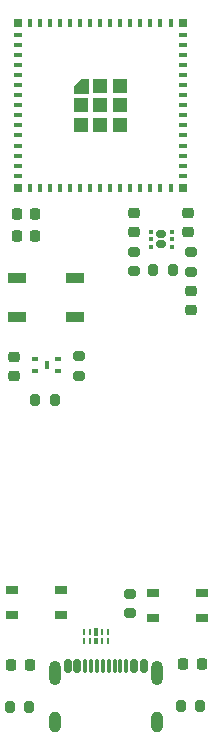
<source format=gtp>
%TF.GenerationSoftware,KiCad,Pcbnew,9.0.6*%
%TF.CreationDate,2025-12-14T16:55:08-06:00*%
%TF.ProjectId,PCB,5043422e-6b69-4636-9164-5f7063625858,rev?*%
%TF.SameCoordinates,Original*%
%TF.FileFunction,Paste,Top*%
%TF.FilePolarity,Positive*%
%FSLAX46Y46*%
G04 Gerber Fmt 4.6, Leading zero omitted, Abs format (unit mm)*
G04 Created by KiCad (PCBNEW 9.0.6) date 2025-12-14 16:55:08*
%MOMM*%
%LPD*%
G01*
G04 APERTURE LIST*
G04 Aperture macros list*
%AMRoundRect*
0 Rectangle with rounded corners*
0 $1 Rounding radius*
0 $2 $3 $4 $5 $6 $7 $8 $9 X,Y pos of 4 corners*
0 Add a 4 corners polygon primitive as box body*
4,1,4,$2,$3,$4,$5,$6,$7,$8,$9,$2,$3,0*
0 Add four circle primitives for the rounded corners*
1,1,$1+$1,$2,$3*
1,1,$1+$1,$4,$5*
1,1,$1+$1,$6,$7*
1,1,$1+$1,$8,$9*
0 Add four rect primitives between the rounded corners*
20,1,$1+$1,$2,$3,$4,$5,0*
20,1,$1+$1,$4,$5,$6,$7,0*
20,1,$1+$1,$6,$7,$8,$9,0*
20,1,$1+$1,$8,$9,$2,$3,0*%
G04 Aperture macros list end*
%ADD10C,0.010000*%
%ADD11R,1.050000X0.650000*%
%ADD12R,0.250000X0.625000*%
%ADD13R,0.450000X0.700000*%
%ADD14R,0.450000X0.575000*%
%ADD15RoundRect,0.225000X-0.250000X0.225000X-0.250000X-0.225000X0.250000X-0.225000X0.250000X0.225000X0*%
%ADD16RoundRect,0.200000X0.200000X0.275000X-0.200000X0.275000X-0.200000X-0.275000X0.200000X-0.275000X0*%
%ADD17RoundRect,0.200000X-0.275000X0.200000X-0.275000X-0.200000X0.275000X-0.200000X0.275000X0.200000X0*%
%ADD18RoundRect,0.200000X-0.200000X-0.275000X0.200000X-0.275000X0.200000X0.275000X-0.200000X0.275000X0*%
%ADD19RoundRect,0.225000X0.225000X0.250000X-0.225000X0.250000X-0.225000X-0.250000X0.225000X-0.250000X0*%
%ADD20RoundRect,0.200000X0.275000X-0.200000X0.275000X0.200000X-0.275000X0.200000X-0.275000X-0.200000X0*%
%ADD21RoundRect,0.225000X0.250000X-0.225000X0.250000X0.225000X-0.250000X0.225000X-0.250000X-0.225000X0*%
%ADD22RoundRect,0.225000X-0.225000X-0.250000X0.225000X-0.250000X0.225000X0.250000X-0.225000X0.250000X0*%
%ADD23RoundRect,0.218750X0.256250X-0.218750X0.256250X0.218750X-0.256250X0.218750X-0.256250X-0.218750X0*%
%ADD24RoundRect,0.150000X-0.150000X-0.425000X0.150000X-0.425000X0.150000X0.425000X-0.150000X0.425000X0*%
%ADD25RoundRect,0.075000X-0.075000X-0.500000X0.075000X-0.500000X0.075000X0.500000X-0.075000X0.500000X0*%
%ADD26O,1.000000X2.100000*%
%ADD27O,1.000000X1.800000*%
%ADD28RoundRect,0.160000X-0.245000X-0.160000X0.245000X-0.160000X0.245000X0.160000X-0.245000X0.160000X0*%
%ADD29RoundRect,0.093750X-0.093750X-0.106250X0.093750X-0.106250X0.093750X0.106250X-0.093750X0.106250X0*%
%ADD30R,0.350000X0.800000*%
%ADD31R,0.500000X0.300000*%
%ADD32RoundRect,0.090000X-0.660000X-0.360000X0.660000X-0.360000X0.660000X0.360000X-0.660000X0.360000X0*%
%ADD33R,0.800000X0.400000*%
%ADD34R,0.400000X0.800000*%
%ADD35R,1.200000X1.200000*%
%ADD36R,0.800000X0.800000*%
G04 APERTURE END LIST*
D10*
%TO.C,U1*%
X124846000Y-71579000D02*
X123646000Y-71579000D01*
X123646000Y-70979000D01*
X124246000Y-70379000D01*
X124846000Y-70379000D01*
X124846000Y-71579000D01*
G36*
X124846000Y-71579000D02*
G01*
X123646000Y-71579000D01*
X123646000Y-70979000D01*
X124246000Y-70379000D01*
X124846000Y-70379000D01*
X124846000Y-71579000D01*
G37*
%TD*%
D11*
%TO.C,RESET1*%
X130343000Y-113919000D03*
X134493000Y-113919000D03*
X130343000Y-116069000D03*
X134493000Y-116069000D03*
%TD*%
D12*
%TO.C,U2*%
X126555500Y-117208000D03*
X126055500Y-117208000D03*
D13*
X125555500Y-117245500D03*
D12*
X125055500Y-117208000D03*
X124555500Y-117208000D03*
X124555500Y-117983000D03*
X125055500Y-117983000D03*
D14*
X125555500Y-118008000D03*
D12*
X126055500Y-117983000D03*
X126555500Y-117983000D03*
%TD*%
D15*
%TO.C,C5*%
X118618000Y-93967000D03*
X118618000Y-95517000D03*
%TD*%
D16*
%TO.C,R1*%
X119888000Y-123571000D03*
X118238000Y-123571000D03*
%TD*%
D17*
%TO.C,R5*%
X124079000Y-93854000D03*
X124079000Y-95504000D03*
%TD*%
D18*
%TO.C,R4*%
X120397000Y-97536000D03*
X122047000Y-97536000D03*
%TD*%
D17*
%TO.C,R8*%
X133604000Y-85086000D03*
X133604000Y-86736000D03*
%TD*%
D19*
%TO.C,C3*%
X134493000Y-119888000D03*
X132943000Y-119888000D03*
%TD*%
D20*
%TO.C,R6*%
X128778000Y-86673000D03*
X128778000Y-85023000D03*
%TD*%
D21*
%TO.C,C6*%
X133350000Y-83325000D03*
X133350000Y-81775000D03*
%TD*%
D22*
%TO.C,C4*%
X118364000Y-120015000D03*
X119914000Y-120015000D03*
%TD*%
D23*
%TO.C,D2*%
X133604000Y-89941500D03*
X133604000Y-88366500D03*
%TD*%
D11*
%TO.C,BOOT1*%
X118405000Y-113665000D03*
X122555000Y-113665000D03*
X118405000Y-115815000D03*
X122555000Y-115815000D03*
%TD*%
D22*
%TO.C,C2*%
X118846000Y-83693000D03*
X120396000Y-83693000D03*
%TD*%
D24*
%TO.C,JUSB1*%
X123160000Y-120125000D03*
X123960000Y-120125000D03*
D25*
X125110000Y-120125000D03*
X126110000Y-120125000D03*
X126610000Y-120125000D03*
X127610000Y-120125000D03*
D24*
X128760000Y-120125000D03*
X129560000Y-120125000D03*
X129560000Y-120125000D03*
X128760000Y-120125000D03*
D25*
X128110000Y-120125000D03*
X127110000Y-120125000D03*
X125610000Y-120125000D03*
X124610000Y-120125000D03*
D24*
X123960000Y-120125000D03*
X123160000Y-120125000D03*
D26*
X122040000Y-120700000D03*
D27*
X122040000Y-124880000D03*
D26*
X130680000Y-120700000D03*
D27*
X130680000Y-124880000D03*
%TD*%
D18*
%TO.C,R2*%
X132716000Y-123444000D03*
X134366000Y-123444000D03*
%TD*%
D16*
%TO.C,R7*%
X132016000Y-86610000D03*
X130366000Y-86610000D03*
%TD*%
D22*
%TO.C,C1*%
X118846000Y-81788000D03*
X120396000Y-81788000D03*
%TD*%
D21*
%TO.C,C7*%
X128778000Y-83325000D03*
X128778000Y-81775000D03*
%TD*%
D28*
%TO.C,U3*%
X131042000Y-83562000D03*
X131042000Y-84362000D03*
D29*
X130154500Y-83312000D03*
X130154500Y-83962000D03*
X130154500Y-84612000D03*
X131929500Y-84612000D03*
X131929500Y-83962000D03*
X131929500Y-83312000D03*
%TD*%
D30*
%TO.C,U4*%
X121351000Y-94615000D03*
D31*
X120401000Y-94140000D03*
X120401000Y-95090000D03*
X122301000Y-95090000D03*
X122301000Y-94140000D03*
%TD*%
D32*
%TO.C,D1*%
X118872000Y-87249000D03*
X118872000Y-90549000D03*
X123772000Y-90549000D03*
X123772000Y-87249000D03*
%TD*%
D20*
%TO.C,R3*%
X128397000Y-115633000D03*
X128397000Y-113983000D03*
%TD*%
D33*
%TO.C,U1*%
X118896000Y-66679000D03*
X118896000Y-67529000D03*
X118896000Y-68379000D03*
X118896000Y-69229000D03*
X118896000Y-70079000D03*
X118896000Y-70929000D03*
X118896000Y-71779000D03*
X118896000Y-72629000D03*
X118896000Y-73479000D03*
X118896000Y-74329000D03*
X118896000Y-75179000D03*
X118896000Y-76029000D03*
X118896000Y-76879000D03*
X118896000Y-77729000D03*
X118896000Y-78579000D03*
D34*
X119946000Y-79629000D03*
X120796000Y-79629000D03*
X121646000Y-79629000D03*
X122496000Y-79629000D03*
X123346000Y-79629000D03*
X124196000Y-79629000D03*
X125046000Y-79629000D03*
X125896000Y-79629000D03*
X126746000Y-79629000D03*
X127596000Y-79629000D03*
X128446000Y-79629000D03*
X129296000Y-79629000D03*
X130146000Y-79629000D03*
X130996000Y-79629000D03*
X131846000Y-79629000D03*
D33*
X132896000Y-78579000D03*
X132896000Y-77729000D03*
X132896000Y-76879000D03*
X132896000Y-76029000D03*
X132896000Y-75179000D03*
X132896000Y-74329000D03*
X132896000Y-73479000D03*
X132896000Y-72629000D03*
X132896000Y-71779000D03*
X132896000Y-70929000D03*
X132896000Y-70079000D03*
X132896000Y-69229000D03*
X132896000Y-68379000D03*
X132896000Y-67529000D03*
X132896000Y-66679000D03*
D34*
X131846000Y-65629000D03*
X130996000Y-65629000D03*
X130146000Y-65629000D03*
X129296000Y-65629000D03*
X128446000Y-65629000D03*
X127596000Y-65629000D03*
X126746000Y-65629000D03*
X125896000Y-65629000D03*
X125046000Y-65629000D03*
X124196000Y-65629000D03*
X123346000Y-65629000D03*
X122496000Y-65629000D03*
X121646000Y-65629000D03*
X120796000Y-65629000D03*
X119946000Y-65629000D03*
D35*
X125896000Y-72629000D03*
X125896000Y-70979000D03*
X127546000Y-70979000D03*
X127546000Y-72629000D03*
X127546000Y-74279000D03*
X125896000Y-74279000D03*
X124246000Y-74279000D03*
X124246000Y-72629000D03*
D36*
X118896000Y-65629000D03*
X118896000Y-79629000D03*
X132896000Y-79629000D03*
X132896000Y-65629000D03*
%TD*%
M02*

</source>
